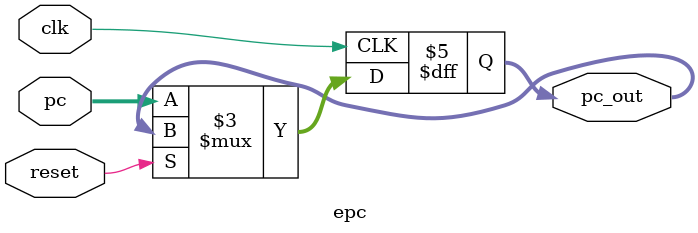
<source format=v>
`timescale 1ns / 1ps


module epc(
    input clk,reset,
    input [31:0]pc,
    output reg [31:0]pc_out
    );
    always @(posedge clk)
        begin
            if(reset==0)
                begin
                    pc_out<=pc;
                end
        end
        
endmodule

</source>
